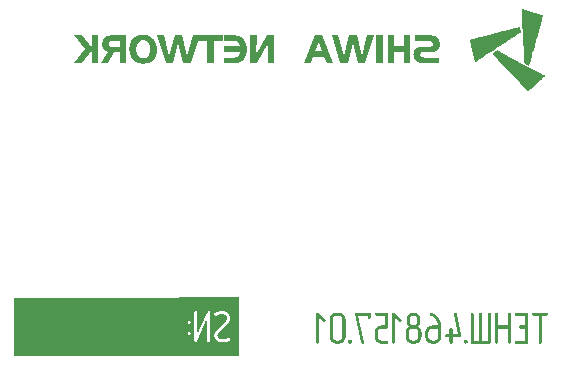
<source format=gbo>
G04*
G04 #@! TF.GenerationSoftware,Altium Limited,Altium Designer,24.4.1 (13)*
G04*
G04 Layer_Color=16776960*
%FSLAX44Y44*%
%MOMM*%
G71*
G04*
G04 #@! TF.SameCoordinates,B6CB6ADF-9DD1-4ECA-98FA-7FF75F321E1A*
G04*
G04*
G04 #@! TF.FilePolarity,Positive*
G04*
G01*
G75*
%ADD45R,14.1000X5.0000*%
G36*
X508111Y288567D02*
X508242Y287134D01*
X508372Y285832D01*
X508437Y284334D01*
X508242Y284139D01*
X507981Y284008D01*
X507069Y283357D01*
X506809Y283227D01*
X506027Y282706D01*
X505767Y282575D01*
X504855Y281924D01*
X504594Y281794D01*
X503683Y281143D01*
X503422Y281012D01*
X502510Y280361D01*
X502250Y280231D01*
X501729Y279840D01*
X501599D01*
X500687Y279189D01*
X500426Y279059D01*
X499515Y278407D01*
X499254Y278277D01*
X498342Y277626D01*
X498082Y277496D01*
X497300Y276975D01*
X497040Y276844D01*
X496128Y276193D01*
X495867Y276063D01*
X494956Y275411D01*
X494695Y275281D01*
X493783Y274630D01*
X493523Y274500D01*
X490853Y272741D01*
X489290Y271699D01*
X487857Y270787D01*
X484731Y268703D01*
X483689Y268052D01*
X481344Y266489D01*
X479911Y265577D01*
X476785Y263493D01*
X475743Y262842D01*
X472617Y260758D01*
X471184Y259846D01*
X470403Y259325D01*
X469817Y258999D01*
X469621Y259586D01*
X469426Y260432D01*
X469165Y261474D01*
X469035Y262125D01*
X468774Y263167D01*
X468644Y263819D01*
X468253Y265382D01*
X468123Y266033D01*
X467732Y267596D01*
X467602Y268248D01*
X467211Y269811D01*
X467081Y270462D01*
X466821Y271504D01*
X466690Y272155D01*
X466300Y273718D01*
X466169Y274370D01*
X465779Y275933D01*
X465648Y276584D01*
X465388Y277626D01*
X465323Y277821D01*
X465909Y278017D01*
X466821Y278277D01*
X468384Y278668D01*
X469295Y278928D01*
X470858Y279319D01*
X471770Y279580D01*
X473333Y279970D01*
X474245Y280231D01*
X475808Y280622D01*
X476720Y280882D01*
X478283Y281273D01*
X479195Y281533D01*
X480237Y281794D01*
X481149Y282055D01*
X482712Y282445D01*
X483623Y282706D01*
X485187Y283097D01*
X486098Y283357D01*
X487661Y283748D01*
X488573Y284008D01*
X490136Y284399D01*
X491048Y284660D01*
X492611Y285050D01*
X493523Y285311D01*
X495086Y285702D01*
X495998Y285962D01*
X497561Y286353D01*
X498473Y286613D01*
X500036Y287004D01*
X500947Y287265D01*
X502510Y287655D01*
X503422Y287916D01*
X504985Y288307D01*
X505897Y288567D01*
X507981Y289088D01*
X508111Y288567D01*
D02*
G37*
G36*
X510065Y304198D02*
X510782Y304002D01*
X512280Y303547D01*
X526868Y298988D01*
X527715Y298662D01*
X526673Y295015D01*
X526542Y294494D01*
X525500Y290847D01*
X525370Y290326D01*
X524067Y285767D01*
X523937Y285246D01*
X522895Y281599D01*
X522765Y281078D01*
X521723Y277430D01*
X521593Y276909D01*
X520551Y273262D01*
X520420Y272741D01*
X519378Y269094D01*
X519248Y268573D01*
X518467Y265838D01*
X518271Y265252D01*
X518206Y265187D01*
X518011Y264210D01*
X517815Y263493D01*
X517034Y260758D01*
X516903Y260237D01*
X515862Y256590D01*
X515666Y256134D01*
X511433Y258283D01*
X511303Y258804D01*
X511107Y263819D01*
X510195Y282966D01*
X509805Y291042D01*
X509674Y294038D01*
X509284Y302244D01*
X509218Y304393D01*
X509414Y304458D01*
X510065Y304198D01*
D02*
G37*
G36*
X500296Y262777D02*
X514624Y255222D01*
X526477Y248970D01*
X527128Y248579D01*
X527259D01*
X528691Y247798D01*
X529278Y247472D01*
X528040Y246234D01*
X527780Y246104D01*
X526738Y245062D01*
X526477Y244932D01*
X525305Y243760D01*
X525044Y243629D01*
X523872Y242457D01*
X523612Y242327D01*
X522439Y241154D01*
X522179Y241024D01*
X521007Y239852D01*
X520746Y239722D01*
X519704Y238680D01*
X519444Y238549D01*
X518271Y237377D01*
X518011Y237247D01*
X516838Y236075D01*
X516578Y235944D01*
X515406Y234772D01*
X514884Y234512D01*
X513256Y236140D01*
X513126Y236400D01*
X510651Y238875D01*
X510521Y239136D01*
X508046Y241610D01*
X507916Y241871D01*
X505311Y244476D01*
X505181Y244736D01*
X502706Y247211D01*
X502575Y247472D01*
X499970Y250077D01*
X499840Y250338D01*
X497365Y252812D01*
X497235Y253073D01*
X494760Y255548D01*
X494630Y255808D01*
X492025Y258413D01*
X491895Y258674D01*
X489420Y261149D01*
X489290Y261409D01*
X486684Y264014D01*
X486554Y264275D01*
X484600Y266229D01*
X484731Y266489D01*
X484926Y266684D01*
X485187Y266815D01*
X487010Y268117D01*
X487271Y268248D01*
X487531Y268508D01*
X487792Y268638D01*
X488443Y269029D01*
X500296Y262777D01*
D02*
G37*
G36*
X270000Y10000D02*
X219000D01*
Y60000D01*
X270000D01*
Y10000D01*
D02*
G37*
G36*
X380639Y47027D02*
X380822Y46993D01*
X381005Y46927D01*
X381139Y46843D01*
X381272Y46743D01*
X381372Y46643D01*
X381455Y46527D01*
X381522Y46410D01*
X381622Y46160D01*
X381672Y45960D01*
Y45877D01*
X381688Y45810D01*
Y45777D01*
Y45760D01*
Y43028D01*
X381672Y42794D01*
X381622Y42594D01*
X381539Y42411D01*
X381455Y42278D01*
X381389Y42161D01*
X381305Y42078D01*
X381255Y42028D01*
X381239Y42011D01*
X381039Y41928D01*
X380855Y41861D01*
X380705Y41811D01*
X380589Y41778D01*
X380505Y41761D01*
X380439Y41745D01*
X380389D01*
X380189Y41761D01*
X380022Y41795D01*
X379856Y41845D01*
X379722Y41911D01*
X379606Y41978D01*
X379522Y42028D01*
X379472Y42061D01*
X379456Y42078D01*
X379339Y42228D01*
X379239Y42378D01*
X379172Y42528D01*
X379139Y42678D01*
X379106Y42828D01*
X379089Y42928D01*
Y42994D01*
Y43028D01*
Y44461D01*
X370975D01*
X376207Y22300D01*
X376256Y22050D01*
X376240Y21816D01*
X376190Y21616D01*
X376106Y21433D01*
X376023Y21283D01*
X375940Y21167D01*
X375857Y21083D01*
X375807Y21033D01*
X375790Y21017D01*
X375623Y20933D01*
X375473Y20867D01*
X375307Y20817D01*
X375173Y20783D01*
X375040Y20767D01*
X374940Y20750D01*
X374857D01*
X374140Y20983D01*
X374007Y21183D01*
X373890Y21333D01*
X373807Y21467D01*
X373741Y21583D01*
X373707Y21666D01*
X373674Y21716D01*
X373657Y21750D01*
Y21766D01*
X368175Y45477D01*
X368125Y45810D01*
X368142Y46010D01*
X368192Y46177D01*
X368242Y46327D01*
X368308Y46460D01*
X368392Y46560D01*
X368442Y46627D01*
X368492Y46677D01*
X368508Y46693D01*
X368658Y46810D01*
X368808Y46893D01*
X368958Y46960D01*
X369108Y46993D01*
X369242Y47027D01*
X369342Y47043D01*
X380405D01*
X380639Y47027D01*
D02*
G37*
G36*
X401217D02*
X401400Y46993D01*
X401550Y46927D01*
X401683Y46860D01*
X401783Y46793D01*
X401867Y46727D01*
X401917Y46693D01*
X401933Y46677D01*
X407432Y41161D01*
X407548Y40945D01*
X407632Y40761D01*
X407682Y40628D01*
X407715Y40512D01*
X407748Y40412D01*
X407765Y40362D01*
Y40328D01*
Y40312D01*
X407748Y40112D01*
X407715Y39928D01*
X407648Y39778D01*
X407582Y39645D01*
X407515Y39529D01*
X407449Y39445D01*
X407415Y39395D01*
X407398Y39379D01*
X407248Y39245D01*
X407099Y39162D01*
X406932Y39095D01*
X406782Y39045D01*
X406665Y39012D01*
X406549Y38995D01*
X406465D01*
X406282Y39012D01*
X406099Y39062D01*
X405949Y39112D01*
X405816Y39195D01*
X405716Y39262D01*
X405632Y39312D01*
X405582Y39362D01*
X405566Y39379D01*
X402317Y43194D01*
Y22033D01*
X402300Y21800D01*
X402250Y21583D01*
X402166Y21416D01*
X402083Y21267D01*
X402016Y21150D01*
X401933Y21067D01*
X401883Y21017D01*
X401867Y21000D01*
X401667Y20917D01*
X401483Y20850D01*
X401333Y20817D01*
X401217Y20783D01*
X401133Y20767D01*
X401067Y20750D01*
X401017D01*
X400817Y20767D01*
X400650Y20800D01*
X400484Y20850D01*
X400350Y20917D01*
X400234Y20983D01*
X400150Y21033D01*
X400100Y21067D01*
X400084Y21083D01*
X399967Y21233D01*
X399867Y21383D01*
X399800Y21533D01*
X399767Y21683D01*
X399734Y21833D01*
X399717Y21933D01*
Y22000D01*
Y22033D01*
Y45777D01*
X399734Y45977D01*
X399784Y46160D01*
X399850Y46310D01*
X399917Y46443D01*
X400000Y46560D01*
X400067Y46627D01*
X400117Y46677D01*
X400134Y46693D01*
X400284Y46810D01*
X400450Y46893D01*
X400600Y46960D01*
X400733Y46993D01*
X400850Y47027D01*
X400950Y47043D01*
X401034D01*
X401217Y47027D01*
D02*
G37*
G36*
X336900D02*
X337083Y46993D01*
X337233Y46927D01*
X337366Y46860D01*
X337466Y46793D01*
X337550Y46727D01*
X337600Y46693D01*
X337616Y46677D01*
X343115Y41161D01*
X343232Y40945D01*
X343315Y40761D01*
X343365Y40628D01*
X343398Y40512D01*
X343432Y40412D01*
X343448Y40362D01*
Y40328D01*
Y40312D01*
X343432Y40112D01*
X343398Y39928D01*
X343332Y39778D01*
X343265Y39645D01*
X343198Y39529D01*
X343132Y39445D01*
X343098Y39395D01*
X343082Y39379D01*
X342932Y39245D01*
X342782Y39162D01*
X342615Y39095D01*
X342465Y39045D01*
X342349Y39012D01*
X342232Y38995D01*
X342149D01*
X341965Y39012D01*
X341782Y39062D01*
X341632Y39112D01*
X341499Y39195D01*
X341399Y39262D01*
X341315Y39312D01*
X341265Y39362D01*
X341249Y39379D01*
X338000Y43194D01*
Y22033D01*
X337983Y21800D01*
X337933Y21583D01*
X337850Y21416D01*
X337766Y21267D01*
X337700Y21150D01*
X337616Y21067D01*
X337566Y21017D01*
X337550Y21000D01*
X337350Y20917D01*
X337166Y20850D01*
X337016Y20817D01*
X336900Y20783D01*
X336817Y20767D01*
X336750Y20750D01*
X336700D01*
X336500Y20767D01*
X336333Y20800D01*
X336167Y20850D01*
X336033Y20917D01*
X335917Y20983D01*
X335834Y21033D01*
X335784Y21067D01*
X335767Y21083D01*
X335650Y21233D01*
X335550Y21383D01*
X335484Y21533D01*
X335450Y21683D01*
X335417Y21833D01*
X335400Y21933D01*
Y22000D01*
Y22033D01*
Y45777D01*
X335417Y45977D01*
X335467Y46160D01*
X335534Y46310D01*
X335600Y46443D01*
X335684Y46560D01*
X335750Y46627D01*
X335800Y46677D01*
X335817Y46693D01*
X335967Y46810D01*
X336133Y46893D01*
X336283Y46960D01*
X336417Y46993D01*
X336533Y47027D01*
X336633Y47043D01*
X336717D01*
X336900Y47027D01*
D02*
G37*
G36*
X498958D02*
X499142Y46977D01*
X499292Y46910D01*
X499425Y46827D01*
X499542Y46743D01*
X499625Y46677D01*
X499675Y46627D01*
X499692Y46610D01*
X499808Y46443D01*
X499908Y46294D01*
X499975Y46143D01*
X500008Y46027D01*
X500041Y45910D01*
X500058Y45827D01*
Y45777D01*
Y45760D01*
Y22033D01*
X500041Y21800D01*
X499991Y21583D01*
X499908Y21416D01*
X499825Y21267D01*
X499758Y21150D01*
X499675Y21067D01*
X499625Y21017D01*
X499608Y21000D01*
X499408Y20917D01*
X499225Y20850D01*
X499075Y20817D01*
X498958Y20783D01*
X498875Y20767D01*
X498808Y20750D01*
X498758D01*
X498559Y20767D01*
X498392Y20800D01*
X498225Y20850D01*
X498092Y20917D01*
X497975Y20983D01*
X497892Y21033D01*
X497842Y21067D01*
X497825Y21083D01*
X497709Y21233D01*
X497609Y21383D01*
X497542Y21533D01*
X497509Y21683D01*
X497475Y21833D01*
X497459Y21933D01*
Y22000D01*
Y22033D01*
Y33497D01*
X489094D01*
Y22033D01*
X489078Y21800D01*
X489028Y21583D01*
X488944Y21416D01*
X488861Y21267D01*
X488794Y21150D01*
X488711Y21067D01*
X488661Y21017D01*
X488644Y21000D01*
X488444Y20917D01*
X488261Y20850D01*
X488111Y20817D01*
X487994Y20783D01*
X487911Y20767D01*
X487845Y20750D01*
X487795D01*
X487595Y20767D01*
X487428Y20800D01*
X487261Y20850D01*
X487128Y20917D01*
X487011Y20983D01*
X486928Y21033D01*
X486878Y21067D01*
X486861Y21083D01*
X486745Y21233D01*
X486645Y21383D01*
X486578Y21533D01*
X486545Y21683D01*
X486512Y21833D01*
X486495Y21933D01*
Y22000D01*
Y22033D01*
Y45760D01*
X486512Y45977D01*
X486562Y46160D01*
X486628Y46327D01*
X486712Y46460D01*
X486795Y46560D01*
X486861Y46627D01*
X486912Y46677D01*
X486928Y46693D01*
X487078Y46810D01*
X487245Y46893D01*
X487378Y46960D01*
X487511Y46993D01*
X487628Y47027D01*
X487711Y47043D01*
X487795D01*
X487994Y47027D01*
X488178Y46977D01*
X488328Y46910D01*
X488461Y46827D01*
X488578Y46743D01*
X488661Y46677D01*
X488711Y46627D01*
X488728Y46610D01*
X488844Y46443D01*
X488944Y46294D01*
X489011Y46143D01*
X489044Y46027D01*
X489078Y45910D01*
X489094Y45827D01*
Y45777D01*
Y45760D01*
Y36079D01*
X497459D01*
Y45760D01*
X497475Y45977D01*
X497525Y46160D01*
X497592Y46327D01*
X497675Y46460D01*
X497759Y46560D01*
X497825Y46627D01*
X497875Y46677D01*
X497892Y46693D01*
X498042Y46810D01*
X498209Y46893D01*
X498342Y46960D01*
X498475Y46993D01*
X498592Y47027D01*
X498675Y47043D01*
X498758D01*
X498958Y47027D01*
D02*
G37*
G36*
X453970Y46810D02*
X454103Y46693D01*
X454220Y46543D01*
X454303Y46410D01*
X454370Y46260D01*
X454420Y46143D01*
X454453Y46044D01*
X454470Y45977D01*
Y45943D01*
X458119Y27748D01*
X458135Y27515D01*
X458119Y27315D01*
X458086Y27132D01*
X458019Y26965D01*
X457952Y26832D01*
X457886Y26732D01*
X457819Y26648D01*
X457786Y26598D01*
X457769Y26582D01*
X457619Y26465D01*
X457469Y26382D01*
X457319Y26315D01*
X457169Y26282D01*
X457036Y26249D01*
X456936Y26232D01*
X450837D01*
Y22033D01*
X450821Y21800D01*
X450771Y21583D01*
X450687Y21416D01*
X450604Y21267D01*
X450537Y21150D01*
X450454Y21067D01*
X450404Y21017D01*
X450387Y21000D01*
X450187Y20917D01*
X450004Y20850D01*
X449854Y20817D01*
X449738Y20783D01*
X449654Y20767D01*
X449588Y20750D01*
X449538D01*
X449338Y20767D01*
X449171Y20800D01*
X449005Y20850D01*
X448871Y20917D01*
X448755Y20983D01*
X448671Y21033D01*
X448621Y21067D01*
X448605Y21083D01*
X448488Y21233D01*
X448388Y21383D01*
X448321Y21533D01*
X448288Y21683D01*
X448255Y21833D01*
X448238Y21933D01*
Y22000D01*
Y22033D01*
Y26232D01*
X445872D01*
X445655Y26249D01*
X445455Y26299D01*
X445305Y26365D01*
X445172Y26449D01*
X445056Y26515D01*
X444989Y26582D01*
X444939Y26632D01*
X444922Y26648D01*
X444806Y26798D01*
X444722Y26965D01*
X444656Y27115D01*
X444622Y27248D01*
X444589Y27365D01*
X444572Y27448D01*
Y27515D01*
Y27532D01*
X444589Y27698D01*
X444639Y27865D01*
X444706Y28015D01*
X444772Y28148D01*
X444856Y28248D01*
X444922Y28331D01*
X444972Y28381D01*
X444989Y28398D01*
X445139Y28531D01*
X445289Y28631D01*
X445439Y28715D01*
X445572Y28765D01*
X445705Y28798D01*
X445789Y28815D01*
X448238D01*
Y33030D01*
X448255Y33247D01*
X448305Y33430D01*
X448371Y33597D01*
X448455Y33730D01*
X448538Y33830D01*
X448605Y33897D01*
X448655Y33947D01*
X448671Y33963D01*
X448821Y34080D01*
X448988Y34163D01*
X449121Y34230D01*
X449254Y34263D01*
X449371Y34297D01*
X449454Y34313D01*
X449538D01*
X449738Y34297D01*
X449921Y34246D01*
X450071Y34180D01*
X450204Y34097D01*
X450321Y34013D01*
X450404Y33947D01*
X450454Y33897D01*
X450471Y33880D01*
X450587Y33713D01*
X450687Y33563D01*
X450754Y33413D01*
X450787Y33297D01*
X450821Y33180D01*
X450837Y33097D01*
Y33047D01*
Y33030D01*
Y28815D01*
X455336D01*
X451920Y45510D01*
X451887Y45810D01*
X451904Y45993D01*
X451954Y46177D01*
X452020Y46327D01*
X452087Y46460D01*
X452170Y46560D01*
X452237Y46627D01*
X452287Y46677D01*
X452304Y46693D01*
X452454Y46810D01*
X452620Y46893D01*
X452787Y46960D01*
X452920Y46993D01*
X453054Y47027D01*
X453153Y47043D01*
X453253D01*
X453970Y46810D01*
D02*
G37*
G36*
X482179Y47027D02*
X482363Y46977D01*
X482513Y46910D01*
X482646Y46827D01*
X482762Y46743D01*
X482846Y46677D01*
X482896Y46627D01*
X482912Y46610D01*
X483029Y46443D01*
X483129Y46294D01*
X483196Y46143D01*
X483229Y46027D01*
X483262Y45910D01*
X483279Y45827D01*
Y45777D01*
Y45760D01*
Y22033D01*
X483262Y21800D01*
X483229Y21616D01*
X483162Y21433D01*
X483079Y21300D01*
X482979Y21167D01*
X482879Y21067D01*
X482762Y20983D01*
X482629Y20917D01*
X482396Y20817D01*
X482196Y20767D01*
X482113D01*
X482046Y20750D01*
X467383D01*
X467150Y20767D01*
X466950Y20800D01*
X466783Y20867D01*
X466633Y20950D01*
X466500Y21050D01*
X466400Y21150D01*
X466317Y21267D01*
X466250Y21400D01*
X466150Y21633D01*
X466100Y21833D01*
X466083Y21916D01*
Y21983D01*
Y22016D01*
Y22033D01*
Y45760D01*
X466100Y45977D01*
X466150Y46160D01*
X466217Y46327D01*
X466300Y46460D01*
X466383Y46560D01*
X466450Y46627D01*
X466500Y46677D01*
X466517Y46693D01*
X466667Y46810D01*
X466833Y46893D01*
X466967Y46960D01*
X467100Y46993D01*
X467216Y47027D01*
X467300Y47043D01*
X467383D01*
X467583Y47027D01*
X467766Y46977D01*
X467916Y46910D01*
X468050Y46827D01*
X468166Y46743D01*
X468250Y46677D01*
X468300Y46627D01*
X468316Y46610D01*
X468433Y46443D01*
X468533Y46294D01*
X468600Y46143D01*
X468633Y46027D01*
X468666Y45910D01*
X468683Y45827D01*
Y45777D01*
Y45760D01*
Y23333D01*
X473398D01*
Y45760D01*
X473415Y45977D01*
X473465Y46160D01*
X473532Y46327D01*
X473615Y46460D01*
X473698Y46560D01*
X473765Y46627D01*
X473815Y46677D01*
X473831Y46693D01*
X473981Y46810D01*
X474148Y46893D01*
X474281Y46960D01*
X474415Y46993D01*
X474531Y47027D01*
X474615Y47043D01*
X474698D01*
X474898Y47027D01*
X475081Y46977D01*
X475231Y46910D01*
X475364Y46827D01*
X475481Y46743D01*
X475564Y46677D01*
X475614Y46627D01*
X475631Y46610D01*
X475748Y46443D01*
X475848Y46294D01*
X475914Y46143D01*
X475948Y46027D01*
X475981Y45910D01*
X475998Y45827D01*
Y45777D01*
Y45760D01*
Y23333D01*
X480680D01*
Y45760D01*
X480696Y45977D01*
X480746Y46160D01*
X480813Y46327D01*
X480896Y46460D01*
X480980Y46560D01*
X481046Y46627D01*
X481096Y46677D01*
X481113Y46693D01*
X481263Y46810D01*
X481429Y46893D01*
X481563Y46960D01*
X481696Y46993D01*
X481813Y47027D01*
X481896Y47043D01*
X481979D01*
X482179Y47027D01*
D02*
G37*
G36*
X530700D02*
X530900Y46960D01*
X531067Y46893D01*
X531200Y46793D01*
X531317Y46710D01*
X531383Y46627D01*
X531433Y46560D01*
X531450Y46543D01*
X531550Y46377D01*
X531617Y46210D01*
X531683Y46077D01*
X531717Y45977D01*
X531733Y45877D01*
X531750Y45810D01*
Y45777D01*
Y45760D01*
X531733Y45577D01*
X531700Y45394D01*
X531650Y45227D01*
X531583Y45094D01*
X531517Y44977D01*
X531467Y44894D01*
X531433Y44827D01*
X531417Y44811D01*
X531267Y44694D01*
X531117Y44611D01*
X530950Y44544D01*
X530800Y44511D01*
X530667Y44477D01*
X530567Y44461D01*
X526268D01*
Y22033D01*
X526251Y21800D01*
X526201Y21583D01*
X526118Y21416D01*
X526035Y21267D01*
X525968Y21150D01*
X525885Y21067D01*
X525835Y21017D01*
X525818Y21000D01*
X525618Y20917D01*
X525435Y20850D01*
X525285Y20817D01*
X525168Y20783D01*
X525085Y20767D01*
X525018Y20750D01*
X524968D01*
X524768Y20767D01*
X524602Y20800D01*
X524435Y20850D01*
X524302Y20917D01*
X524185Y20983D01*
X524102Y21033D01*
X524052Y21067D01*
X524035Y21083D01*
X523919Y21233D01*
X523819Y21383D01*
X523752Y21533D01*
X523719Y21683D01*
X523685Y21833D01*
X523669Y21933D01*
Y22000D01*
Y22033D01*
Y44461D01*
X519470D01*
X519253Y44477D01*
X519053Y44527D01*
X518903Y44594D01*
X518770Y44677D01*
X518653Y44744D01*
X518587Y44811D01*
X518537Y44861D01*
X518520Y44877D01*
X518403Y45027D01*
X518320Y45194D01*
X518253Y45344D01*
X518220Y45477D01*
X518187Y45594D01*
X518170Y45677D01*
Y45744D01*
Y45760D01*
X518187Y45927D01*
X518237Y46094D01*
X518303Y46244D01*
X518370Y46377D01*
X518453Y46477D01*
X518520Y46560D01*
X518570Y46610D01*
X518587Y46627D01*
X518737Y46760D01*
X518887Y46860D01*
X519037Y46943D01*
X519170Y46993D01*
X519303Y47027D01*
X519386Y47043D01*
X530467D01*
X530700Y47027D01*
D02*
G37*
G36*
X513905D02*
X514088Y46993D01*
X514271Y46927D01*
X514404Y46843D01*
X514538Y46743D01*
X514638Y46643D01*
X514721Y46527D01*
X514788Y46410D01*
X514888Y46160D01*
X514938Y45960D01*
Y45877D01*
X514954Y45810D01*
Y45777D01*
Y45760D01*
Y22033D01*
X514938Y21800D01*
X514904Y21616D01*
X514838Y21433D01*
X514754Y21300D01*
X514654Y21167D01*
X514554Y21067D01*
X514438Y20983D01*
X514305Y20917D01*
X514071Y20817D01*
X513871Y20767D01*
X513788D01*
X513721Y20750D01*
X504540D01*
X504324Y20767D01*
X504124Y20817D01*
X503974Y20883D01*
X503840Y20967D01*
X503724Y21033D01*
X503657Y21100D01*
X503607Y21150D01*
X503591Y21167D01*
X503474Y21316D01*
X503391Y21483D01*
X503324Y21633D01*
X503291Y21766D01*
X503257Y21883D01*
X503241Y21966D01*
Y22033D01*
Y22050D01*
X503257Y22216D01*
X503307Y22383D01*
X503374Y22533D01*
X503441Y22666D01*
X503524Y22766D01*
X503591Y22850D01*
X503641Y22899D01*
X503657Y22916D01*
X503807Y23049D01*
X503957Y23149D01*
X504107Y23233D01*
X504240Y23283D01*
X504374Y23316D01*
X504457Y23333D01*
X512355D01*
Y33497D01*
X508189D01*
X507973Y33513D01*
X507773Y33563D01*
X507623Y33630D01*
X507490Y33713D01*
X507373Y33780D01*
X507306Y33847D01*
X507256Y33897D01*
X507240Y33913D01*
X507123Y34063D01*
X507040Y34230D01*
X506973Y34380D01*
X506940Y34513D01*
X506906Y34630D01*
X506890Y34713D01*
Y34780D01*
Y34796D01*
X506906Y34963D01*
X506956Y35130D01*
X507023Y35280D01*
X507090Y35413D01*
X507173Y35513D01*
X507240Y35596D01*
X507290Y35646D01*
X507306Y35663D01*
X507456Y35796D01*
X507606Y35896D01*
X507756Y35979D01*
X507889Y36029D01*
X508023Y36063D01*
X508106Y36079D01*
X512355D01*
Y44461D01*
X504540D01*
X504324Y44477D01*
X504124Y44527D01*
X503974Y44594D01*
X503840Y44677D01*
X503724Y44744D01*
X503657Y44811D01*
X503607Y44861D01*
X503591Y44877D01*
X503474Y45027D01*
X503391Y45194D01*
X503324Y45344D01*
X503291Y45477D01*
X503257Y45594D01*
X503241Y45677D01*
Y45744D01*
Y45760D01*
X503257Y45927D01*
X503307Y46094D01*
X503374Y46244D01*
X503441Y46377D01*
X503524Y46477D01*
X503591Y46560D01*
X503641Y46610D01*
X503657Y46627D01*
X503807Y46760D01*
X503957Y46860D01*
X504107Y46943D01*
X504240Y46993D01*
X504374Y47027D01*
X504457Y47043D01*
X513671D01*
X513905Y47027D01*
D02*
G37*
G36*
X462268Y24199D02*
X462534Y24132D01*
X462751Y24016D01*
X462934Y23899D01*
X463084Y23783D01*
X463184Y23666D01*
X463251Y23599D01*
X463268Y23566D01*
X463418Y23333D01*
X463517Y23133D01*
X463601Y22949D01*
X463651Y22783D01*
X463684Y22666D01*
X463701Y22583D01*
Y22516D01*
Y22499D01*
X463684Y22250D01*
X463617Y22000D01*
X463551Y21783D01*
X463451Y21600D01*
X463368Y21433D01*
X463284Y21316D01*
X463234Y21250D01*
X463218Y21216D01*
X463034Y21067D01*
X462818Y20950D01*
X462618Y20867D01*
X462401Y20817D01*
X462234Y20783D01*
X462085Y20750D01*
X461951D01*
X461651Y20767D01*
X461385Y20833D01*
X461168Y20917D01*
X460985Y21033D01*
X460835Y21133D01*
X460735Y21216D01*
X460668Y21283D01*
X460652Y21300D01*
X460502Y21516D01*
X460385Y21733D01*
X460302Y21933D01*
X460235Y22116D01*
X460202Y22266D01*
X460185Y22400D01*
Y22466D01*
Y22499D01*
X460202Y22733D01*
X460268Y22949D01*
X460352Y23149D01*
X460452Y23333D01*
X460568Y23483D01*
X460652Y23583D01*
X460718Y23666D01*
X460735Y23683D01*
X460951Y23866D01*
X461151Y23999D01*
X461368Y24099D01*
X461551Y24166D01*
X461718Y24199D01*
X461835Y24232D01*
X461951D01*
X462268Y24199D01*
D02*
G37*
G36*
X433209Y46960D02*
X433925Y46643D01*
X434608Y46294D01*
X435241Y45910D01*
X435825Y45510D01*
X436374Y45094D01*
X436874Y44677D01*
X437341Y44244D01*
X437741Y43844D01*
X438124Y43444D01*
X438441Y43078D01*
X438707Y42744D01*
X438940Y42461D01*
X439107Y42211D01*
X439174Y42111D01*
X439240Y42028D01*
X439290Y41961D01*
X439307Y41911D01*
X439340Y41895D01*
Y41878D01*
X439690Y41261D01*
X440007Y40628D01*
X440273Y40012D01*
X440490Y39379D01*
X440690Y38762D01*
X440857Y38179D01*
X440990Y37612D01*
X441090Y37079D01*
X441173Y36579D01*
X441240Y36113D01*
X441273Y35713D01*
X441306Y35380D01*
X441323Y35230D01*
Y35096D01*
X441340Y34980D01*
Y34880D01*
Y34813D01*
Y34763D01*
Y34730D01*
Y34713D01*
Y26598D01*
X441323Y26149D01*
X441256Y25715D01*
X441173Y25299D01*
X441057Y24916D01*
X440923Y24532D01*
X440773Y24199D01*
X440607Y23883D01*
X440440Y23599D01*
X440273Y23333D01*
X440107Y23099D01*
X439957Y22899D01*
X439823Y22733D01*
X439707Y22599D01*
X439624Y22516D01*
X439557Y22450D01*
X439540Y22433D01*
X439190Y22133D01*
X438857Y21883D01*
X438490Y21650D01*
X438141Y21467D01*
X437807Y21300D01*
X437474Y21167D01*
X437141Y21050D01*
X436841Y20967D01*
X436558Y20883D01*
X436291Y20833D01*
X436074Y20800D01*
X435874Y20783D01*
X435708Y20767D01*
X435591Y20750D01*
X433658D01*
X433209Y20767D01*
X432775Y20817D01*
X432375Y20900D01*
X431976Y21017D01*
X431626Y21150D01*
X431276Y21283D01*
X430959Y21450D01*
X430676Y21600D01*
X430409Y21766D01*
X430176Y21916D01*
X429976Y22050D01*
X429809Y22183D01*
X429676Y22300D01*
X429593Y22383D01*
X429526Y22433D01*
X429510Y22450D01*
X429210Y22783D01*
X428943Y23116D01*
X428710Y23466D01*
X428510Y23816D01*
X428343Y24166D01*
X428210Y24516D01*
X428093Y24849D01*
X428010Y25166D01*
X427943Y25466D01*
X427877Y25732D01*
X427843Y25982D01*
X427827Y26182D01*
X427810Y26365D01*
X427793Y26498D01*
Y26565D01*
Y26598D01*
Y30248D01*
X427810Y30697D01*
X427860Y31131D01*
X427943Y31547D01*
X428060Y31930D01*
X428193Y32297D01*
X428343Y32630D01*
X428493Y32947D01*
X428643Y33247D01*
X428810Y33497D01*
X428960Y33730D01*
X429110Y33930D01*
X429243Y34097D01*
X429343Y34230D01*
X429443Y34313D01*
X429493Y34380D01*
X429510Y34397D01*
X429843Y34696D01*
X430176Y34963D01*
X430526Y35180D01*
X430876Y35380D01*
X431226Y35546D01*
X431576Y35680D01*
X431909Y35796D01*
X432225Y35879D01*
X432525Y35946D01*
X432809Y36013D01*
X433059Y36046D01*
X433259Y36063D01*
X433442Y36079D01*
X433559Y36096D01*
X438741D01*
X438724Y36396D01*
X438674Y36729D01*
X438591Y37079D01*
X438507Y37396D01*
X438424Y37696D01*
X438374Y37829D01*
X438341Y37929D01*
X438324Y38029D01*
X438291Y38096D01*
X438274Y38129D01*
Y38145D01*
X438091Y38629D01*
X437891Y39062D01*
X437707Y39462D01*
X437541Y39812D01*
X437458Y39962D01*
X437391Y40095D01*
X437324Y40195D01*
X437274Y40295D01*
X437241Y40378D01*
X437207Y40428D01*
X437174Y40462D01*
Y40478D01*
X436974Y40778D01*
X436774Y41045D01*
X436574Y41311D01*
X436391Y41545D01*
X436208Y41761D01*
X436025Y41978D01*
X435858Y42161D01*
X435691Y42328D01*
X435541Y42478D01*
X435408Y42611D01*
X435291Y42728D01*
X435191Y42811D01*
X435108Y42878D01*
X435041Y42944D01*
X435008Y42961D01*
X434991Y42978D01*
X434775Y43144D01*
X434558Y43311D01*
X434358Y43461D01*
X434142Y43611D01*
X433975Y43711D01*
X433825Y43811D01*
X433742Y43861D01*
X433708Y43877D01*
X433059Y44211D01*
X432659Y44394D01*
X432292Y44527D01*
X432126Y44627D01*
X431992Y44744D01*
X431876Y44827D01*
X431792Y44910D01*
X431726Y44994D01*
X431676Y45044D01*
X431642Y45077D01*
Y45094D01*
X431576Y45210D01*
X431542Y45310D01*
X431476Y45527D01*
Y45610D01*
X431459Y45677D01*
Y45727D01*
Y45744D01*
X431476Y45927D01*
X431509Y46094D01*
X431576Y46244D01*
X431626Y46377D01*
X431692Y46493D01*
X431759Y46577D01*
X431792Y46627D01*
X431809Y46643D01*
X431942Y46777D01*
X432092Y46877D01*
X432242Y46960D01*
X432392Y47010D01*
X432509Y47043D01*
X432609Y47060D01*
X432709D01*
X433209Y46960D01*
D02*
G37*
G36*
X419045Y46943D02*
X420062Y46643D01*
X420445Y46460D01*
X420795Y46260D01*
X421112Y46044D01*
X421395Y45844D01*
X421612Y45677D01*
X421778Y45527D01*
X421845Y45477D01*
X421895Y45427D01*
X421911Y45410D01*
X421928Y45394D01*
X422228Y45027D01*
X422495Y44661D01*
X422728Y44294D01*
X422928Y43927D01*
X423078Y43577D01*
X423228Y43228D01*
X423344Y42911D01*
X423428Y42594D01*
X423494Y42311D01*
X423561Y42045D01*
X423594Y41811D01*
X423611Y41611D01*
X423628Y41445D01*
X423644Y41328D01*
Y41261D01*
Y41228D01*
Y39362D01*
X423628Y38845D01*
X423561Y38379D01*
X423461Y37929D01*
X423361Y37562D01*
X423311Y37396D01*
X423261Y37246D01*
X423211Y37113D01*
X423161Y36996D01*
X423128Y36913D01*
X423094Y36846D01*
X423078Y36813D01*
Y36796D01*
X422845Y36396D01*
X422611Y36046D01*
X422361Y35763D01*
X422128Y35529D01*
X421928Y35346D01*
X421778Y35230D01*
X421712Y35180D01*
X421661Y35146D01*
X421645Y35130D01*
X421628D01*
X422095Y34846D01*
X422511Y34530D01*
X422878Y34197D01*
X423195Y33863D01*
X423428Y33563D01*
X423528Y33430D01*
X423611Y33313D01*
X423678Y33230D01*
X423728Y33163D01*
X423744Y33114D01*
X423761Y33097D01*
X423894Y32847D01*
X424028Y32580D01*
X424227Y32080D01*
X424361Y31597D01*
X424461Y31164D01*
X424494Y30964D01*
X424511Y30797D01*
X424544Y30631D01*
Y30498D01*
X424561Y30398D01*
Y30314D01*
Y30264D01*
Y30248D01*
Y26598D01*
X424544Y26149D01*
X424478Y25715D01*
X424394Y25299D01*
X424277Y24916D01*
X424144Y24532D01*
X423994Y24199D01*
X423828Y23883D01*
X423661Y23599D01*
X423494Y23333D01*
X423328Y23099D01*
X423178Y22899D01*
X423045Y22733D01*
X422928Y22599D01*
X422845Y22516D01*
X422778Y22450D01*
X422761Y22433D01*
X422411Y22133D01*
X422078Y21883D01*
X421712Y21650D01*
X421362Y21467D01*
X421028Y21300D01*
X420695Y21167D01*
X420362Y21050D01*
X420062Y20967D01*
X419779Y20883D01*
X419512Y20833D01*
X419296Y20800D01*
X419095Y20783D01*
X418929Y20767D01*
X418812Y20750D01*
X416879D01*
X416429Y20767D01*
X415996Y20817D01*
X415596Y20900D01*
X415196Y21017D01*
X414847Y21150D01*
X414497Y21283D01*
X414180Y21450D01*
X413897Y21600D01*
X413630Y21766D01*
X413397Y21916D01*
X413197Y22050D01*
X413030Y22183D01*
X412897Y22300D01*
X412814Y22383D01*
X412747Y22433D01*
X412730Y22450D01*
X412430Y22783D01*
X412164Y23116D01*
X411931Y23466D01*
X411731Y23816D01*
X411564Y24166D01*
X411431Y24516D01*
X411314Y24849D01*
X411231Y25166D01*
X411164Y25466D01*
X411098Y25732D01*
X411064Y25982D01*
X411048Y26182D01*
X411031Y26365D01*
X411014Y26498D01*
Y26565D01*
Y26598D01*
Y30248D01*
X411031Y30547D01*
X411048Y30847D01*
X411164Y31414D01*
X411297Y31947D01*
X411381Y32180D01*
X411464Y32397D01*
X411564Y32597D01*
X411647Y32780D01*
X411714Y32947D01*
X411781Y33080D01*
X411847Y33180D01*
X411897Y33263D01*
X411914Y33313D01*
X411931Y33330D01*
X412097Y33597D01*
X412281Y33830D01*
X412464Y34047D01*
X412631Y34230D01*
X412814Y34397D01*
X412980Y34546D01*
X413130Y34680D01*
X413297Y34796D01*
X413430Y34896D01*
X413564Y34980D01*
X413680Y35046D01*
X413780Y35096D01*
X413847Y35130D01*
X413913Y35163D01*
X413947Y35180D01*
X413964D01*
X413630Y35396D01*
X413330Y35663D01*
X413080Y35929D01*
X412864Y36196D01*
X412697Y36429D01*
X412580Y36629D01*
X412531Y36713D01*
X412497Y36763D01*
X412481Y36796D01*
Y36813D01*
X412297Y37246D01*
X412164Y37679D01*
X412064Y38112D01*
X411997Y38496D01*
X411981Y38679D01*
X411964Y38845D01*
X411947Y38979D01*
X411931Y39112D01*
Y39212D01*
Y39279D01*
Y39329D01*
Y39345D01*
Y41211D01*
Y41795D01*
X412031Y42428D01*
X412331Y43461D01*
X412514Y43844D01*
X412714Y44211D01*
X412930Y44527D01*
X413147Y44811D01*
X413347Y45027D01*
X413497Y45194D01*
X413564Y45260D01*
X413614Y45310D01*
X413630Y45327D01*
X413647Y45344D01*
X413980Y45644D01*
X414330Y45910D01*
X414680Y46127D01*
X415030Y46327D01*
X415396Y46493D01*
X415746Y46627D01*
X416080Y46743D01*
X416396Y46827D01*
X416696Y46893D01*
X416963Y46960D01*
X417213Y46993D01*
X417429Y47010D01*
X417596Y47027D01*
X417713Y47043D01*
X418412D01*
X419045Y46943D01*
D02*
G37*
G36*
X395551Y47027D02*
X395735Y46993D01*
X395918Y46927D01*
X396051Y46843D01*
X396185Y46743D01*
X396285Y46643D01*
X396368Y46527D01*
X396435Y46410D01*
X396535Y46160D01*
X396585Y45960D01*
Y45877D01*
X396601Y45810D01*
Y45777D01*
Y45760D01*
Y34780D01*
X396585Y34546D01*
X396551Y34363D01*
X396485Y34180D01*
X396401Y34047D01*
X396301Y33913D01*
X396201Y33813D01*
X396085Y33730D01*
X395951Y33663D01*
X395718Y33563D01*
X395518Y33513D01*
X395435D01*
X395368Y33497D01*
X390736D01*
X390486Y33480D01*
X390253Y33463D01*
X390020Y33413D01*
X389803Y33347D01*
X389420Y33197D01*
X389086Y33030D01*
X388937Y32930D01*
X388803Y32847D01*
X388703Y32764D01*
X388603Y32697D01*
X388537Y32630D01*
X388487Y32580D01*
X388453Y32564D01*
X388437Y32547D01*
X388270Y32364D01*
X388120Y32180D01*
X388004Y31981D01*
X387887Y31781D01*
X387787Y31597D01*
X387720Y31397D01*
X387604Y31047D01*
X387537Y30731D01*
X387520Y30598D01*
X387504Y30481D01*
X387487Y30381D01*
Y30314D01*
Y30264D01*
Y30248D01*
Y26598D01*
X387504Y26349D01*
X387520Y26099D01*
X387570Y25865D01*
X387637Y25649D01*
X387787Y25249D01*
X387953Y24916D01*
X388054Y24766D01*
X388137Y24632D01*
X388220Y24532D01*
X388287Y24432D01*
X388353Y24366D01*
X388403Y24316D01*
X388420Y24282D01*
X388437Y24266D01*
X388620Y24099D01*
X388803Y23966D01*
X389003Y23832D01*
X389203Y23733D01*
X389586Y23566D01*
X389936Y23449D01*
X390253Y23383D01*
X390386Y23366D01*
X390503Y23349D01*
X390603Y23333D01*
X395318D01*
X395551Y23316D01*
X395751Y23249D01*
X395918Y23183D01*
X396051Y23083D01*
X396168Y22999D01*
X396235Y22916D01*
X396285Y22850D01*
X396301Y22833D01*
X396401Y22666D01*
X396468Y22499D01*
X396535Y22366D01*
X396568Y22266D01*
X396585Y22166D01*
X396601Y22100D01*
Y22066D01*
Y22050D01*
X396585Y21866D01*
X396551Y21683D01*
X396501Y21516D01*
X396435Y21383D01*
X396368Y21267D01*
X396318Y21183D01*
X396285Y21117D01*
X396268Y21100D01*
X396118Y20983D01*
X395968Y20900D01*
X395802Y20833D01*
X395652Y20800D01*
X395518Y20767D01*
X395418Y20750D01*
X390736D01*
X390286Y20767D01*
X389870Y20817D01*
X389453Y20917D01*
X389070Y21017D01*
X388703Y21150D01*
X388370Y21300D01*
X388054Y21450D01*
X387770Y21616D01*
X387504Y21766D01*
X387270Y21916D01*
X387070Y22066D01*
X386904Y22200D01*
X386770Y22316D01*
X386687Y22400D01*
X386620Y22450D01*
X386604Y22466D01*
X386304Y22799D01*
X386037Y23149D01*
X385804Y23499D01*
X385604Y23849D01*
X385438Y24199D01*
X385304Y24532D01*
X385187Y24866D01*
X385104Y25182D01*
X385038Y25482D01*
X384971Y25749D01*
X384938Y25982D01*
X384921Y26199D01*
X384904Y26365D01*
X384888Y26498D01*
Y26565D01*
Y26598D01*
Y30248D01*
X384904Y30681D01*
X384954Y31114D01*
X385038Y31514D01*
X385154Y31897D01*
X385288Y32247D01*
X385438Y32597D01*
X385587Y32897D01*
X385737Y33197D01*
X385904Y33447D01*
X386054Y33680D01*
X386204Y33880D01*
X386337Y34047D01*
X386437Y34180D01*
X386537Y34263D01*
X386587Y34330D01*
X386604Y34346D01*
X386937Y34646D01*
X387270Y34913D01*
X387620Y35146D01*
X387970Y35346D01*
X388320Y35513D01*
X388670Y35663D01*
X389003Y35780D01*
X389320Y35863D01*
X389603Y35929D01*
X389886Y35996D01*
X390120Y36029D01*
X390336Y36046D01*
X390503Y36063D01*
X390636Y36079D01*
X394002D01*
Y44461D01*
X386187D01*
X385971Y44477D01*
X385771Y44527D01*
X385621Y44594D01*
X385487Y44677D01*
X385371Y44744D01*
X385304Y44811D01*
X385254Y44861D01*
X385238Y44877D01*
X385121Y45027D01*
X385038Y45194D01*
X384971Y45344D01*
X384938Y45477D01*
X384904Y45594D01*
X384888Y45677D01*
Y45744D01*
Y45760D01*
X384904Y45927D01*
X384954Y46094D01*
X385021Y46244D01*
X385088Y46377D01*
X385171Y46477D01*
X385238Y46560D01*
X385288Y46610D01*
X385304Y46627D01*
X385454Y46760D01*
X385604Y46860D01*
X385754Y46943D01*
X385887Y46993D01*
X386021Y47027D01*
X386104Y47043D01*
X395318D01*
X395551Y47027D01*
D02*
G37*
G36*
X364393Y24199D02*
X364659Y24132D01*
X364876Y24016D01*
X365059Y23899D01*
X365209Y23783D01*
X365309Y23666D01*
X365376Y23599D01*
X365393Y23566D01*
X365543Y23333D01*
X365643Y23133D01*
X365726Y22949D01*
X365776Y22783D01*
X365809Y22666D01*
X365826Y22583D01*
Y22516D01*
Y22499D01*
X365809Y22250D01*
X365742Y22000D01*
X365676Y21783D01*
X365576Y21600D01*
X365493Y21433D01*
X365409Y21316D01*
X365359Y21250D01*
X365343Y21216D01*
X365159Y21067D01*
X364943Y20950D01*
X364743Y20867D01*
X364526Y20817D01*
X364360Y20783D01*
X364210Y20750D01*
X364076D01*
X363776Y20767D01*
X363510Y20833D01*
X363293Y20917D01*
X363110Y21033D01*
X362960Y21133D01*
X362860Y21216D01*
X362793Y21283D01*
X362777Y21300D01*
X362627Y21516D01*
X362510Y21733D01*
X362427Y21933D01*
X362360Y22116D01*
X362327Y22266D01*
X362310Y22400D01*
Y22466D01*
Y22499D01*
X362327Y22733D01*
X362393Y22949D01*
X362477Y23149D01*
X362577Y23333D01*
X362693Y23483D01*
X362777Y23583D01*
X362843Y23666D01*
X362860Y23683D01*
X363077Y23866D01*
X363276Y23999D01*
X363493Y24099D01*
X363676Y24166D01*
X363843Y24199D01*
X363960Y24232D01*
X364076D01*
X364393Y24199D01*
D02*
G37*
G36*
X354845Y47027D02*
X355279Y46960D01*
X355695Y46877D01*
X356078Y46760D01*
X356461Y46627D01*
X356795Y46477D01*
X357111Y46327D01*
X357395Y46160D01*
X357661Y45993D01*
X357895Y45844D01*
X358094Y45694D01*
X358261Y45560D01*
X358394Y45444D01*
X358478Y45360D01*
X358544Y45294D01*
X358561Y45277D01*
X358861Y44944D01*
X359111Y44594D01*
X359344Y44244D01*
X359527Y43894D01*
X359694Y43561D01*
X359827Y43211D01*
X359944Y42894D01*
X360027Y42578D01*
X360111Y42295D01*
X360161Y42028D01*
X360194Y41795D01*
X360211Y41595D01*
X360227Y41428D01*
X360244Y41295D01*
Y41228D01*
Y41195D01*
Y26598D01*
X360227Y26149D01*
X360161Y25715D01*
X360077Y25299D01*
X359961Y24916D01*
X359827Y24532D01*
X359677Y24199D01*
X359511Y23883D01*
X359344Y23599D01*
X359178Y23333D01*
X359011Y23099D01*
X358861Y22899D01*
X358728Y22733D01*
X358611Y22599D01*
X358528Y22516D01*
X358461Y22450D01*
X358444Y22433D01*
X358094Y22133D01*
X357761Y21883D01*
X357395Y21650D01*
X357045Y21467D01*
X356712Y21300D01*
X356378Y21167D01*
X356045Y21050D01*
X355745Y20967D01*
X355462Y20883D01*
X355195Y20833D01*
X354979Y20800D01*
X354779Y20783D01*
X354612Y20767D01*
X354495Y20750D01*
X352562D01*
X352113Y20767D01*
X351679Y20817D01*
X351279Y20917D01*
X350880Y21017D01*
X350530Y21150D01*
X350180Y21300D01*
X349863Y21450D01*
X349580Y21616D01*
X349313Y21766D01*
X349080Y21916D01*
X348880Y22066D01*
X348713Y22200D01*
X348580Y22316D01*
X348497Y22400D01*
X348430Y22450D01*
X348414Y22466D01*
X348114Y22799D01*
X347847Y23149D01*
X347614Y23499D01*
X347414Y23849D01*
X347247Y24199D01*
X347097Y24532D01*
X346981Y24866D01*
X346897Y25182D01*
X346831Y25482D01*
X346764Y25749D01*
X346731Y25982D01*
X346714Y26199D01*
X346697Y26365D01*
X346681Y26498D01*
Y26565D01*
Y26598D01*
Y41195D01*
X346697Y41645D01*
X346747Y42061D01*
X346847Y42478D01*
X346947Y42861D01*
X347081Y43228D01*
X347231Y43561D01*
X347397Y43877D01*
X347547Y44161D01*
X347714Y44427D01*
X347880Y44661D01*
X348030Y44861D01*
X348164Y45027D01*
X348264Y45160D01*
X348347Y45244D01*
X348414Y45310D01*
X348430Y45327D01*
X348764Y45627D01*
X349097Y45894D01*
X349447Y46127D01*
X349813Y46327D01*
X350163Y46493D01*
X350496Y46627D01*
X350830Y46743D01*
X351146Y46827D01*
X351446Y46893D01*
X351713Y46960D01*
X351946Y46993D01*
X352163Y47010D01*
X352329Y47027D01*
X352463Y47043D01*
X354395D01*
X354845Y47027D01*
D02*
G37*
G36*
X414790Y258295D02*
X409358D01*
Y267809D01*
X401227D01*
Y258295D01*
X395778D01*
Y281705D01*
X401227D01*
Y272474D01*
X409358D01*
Y281705D01*
X414790D01*
Y258295D01*
D02*
G37*
G36*
X376833D02*
X370501D01*
X366469Y275290D01*
X361903Y258295D01*
X355538D01*
X348424Y281705D01*
X353905D01*
X358587Y264177D01*
X363436Y281705D01*
X369585D01*
X373800Y264177D01*
X378799Y281705D01*
X384481D01*
X376833Y258295D01*
D02*
G37*
G36*
X432452Y281689D02*
X432802Y281672D01*
X433135Y281639D01*
X433468Y281605D01*
X433768Y281572D01*
X434052Y281522D01*
X434301Y281489D01*
X434535Y281455D01*
X434735Y281405D01*
X434918Y281372D01*
X435068Y281339D01*
X435185Y281305D01*
X435285Y281289D01*
X435335Y281272D01*
X435351D01*
X435768Y281139D01*
X436168Y280989D01*
X436534Y280822D01*
X436884Y280622D01*
X437201Y280406D01*
X437501Y280189D01*
X437784Y279939D01*
X438034Y279673D01*
X438267Y279406D01*
X438484Y279139D01*
X438684Y278856D01*
X438867Y278556D01*
X439034Y278256D01*
X439167Y277973D01*
X439417Y277373D01*
X439617Y276807D01*
X439750Y276257D01*
X439850Y275757D01*
X439900Y275524D01*
X439933Y275307D01*
X439950Y275107D01*
X439967Y274940D01*
X439983Y274774D01*
Y274657D01*
X440000Y274541D01*
Y274474D01*
Y274424D01*
Y274407D01*
X439967Y273724D01*
X439900Y273091D01*
X439800Y272508D01*
X439650Y271975D01*
X439500Y271491D01*
X439317Y271041D01*
X439117Y270641D01*
X438900Y270292D01*
X438700Y269992D01*
X438500Y269725D01*
X438317Y269492D01*
X438150Y269308D01*
X438017Y269175D01*
X437917Y269075D01*
X437834Y269009D01*
X437817Y268992D01*
X437451Y268742D01*
X437034Y268525D01*
X436584Y268325D01*
X436134Y268159D01*
X435668Y268025D01*
X435185Y267909D01*
X434718Y267809D01*
X434268Y267742D01*
X433835Y267676D01*
X433418Y267642D01*
X433069Y267609D01*
X432752Y267576D01*
X432485D01*
X432369Y267559D01*
X426187D01*
X425920Y267542D01*
X425670Y267526D01*
X425454Y267492D01*
X425237Y267459D01*
X425054Y267426D01*
X424887Y267376D01*
X424737Y267342D01*
X424621Y267309D01*
X424504Y267259D01*
X424404Y267226D01*
X424337Y267192D01*
X424271Y267159D01*
X424237Y267142D01*
X424204Y267126D01*
X424054Y267026D01*
X423937Y266909D01*
X423821Y266759D01*
X423737Y266626D01*
X423587Y266309D01*
X423488Y265993D01*
X423438Y265693D01*
X423404Y265560D01*
Y265459D01*
X423388Y265359D01*
Y265293D01*
Y265243D01*
Y265226D01*
X423404Y264976D01*
X423421Y264743D01*
X423471Y264543D01*
X423538Y264343D01*
X423604Y264177D01*
X423688Y264027D01*
X423787Y263893D01*
X423871Y263760D01*
X424054Y263577D01*
X424204Y263443D01*
X424271Y263393D01*
X424304Y263360D01*
X424337Y263343D01*
X424354D01*
X424504Y263277D01*
X424671Y263227D01*
X425054Y263127D01*
X425454Y263060D01*
X425854Y263027D01*
X426220Y262994D01*
X426370D01*
X426503Y262977D01*
X439100D01*
Y258295D01*
X426020D01*
X425270Y258311D01*
X424554Y258378D01*
X423904Y258478D01*
X423288Y258595D01*
X422704Y258761D01*
X422171Y258961D01*
X421671Y259178D01*
X421222Y259411D01*
X420805Y259678D01*
X420422Y259961D01*
X420072Y260244D01*
X419755Y260561D01*
X419455Y260877D01*
X419205Y261211D01*
X418972Y261527D01*
X418755Y261877D01*
X418572Y262210D01*
X418422Y262544D01*
X418272Y262860D01*
X418156Y263177D01*
X418056Y263493D01*
X417972Y263793D01*
X417906Y264060D01*
X417856Y264326D01*
X417806Y264560D01*
X417772Y264776D01*
X417756Y264976D01*
X417739Y265143D01*
X417722Y265259D01*
Y265359D01*
Y265426D01*
Y265443D01*
X417739Y265876D01*
X417756Y266293D01*
X417789Y266693D01*
X417856Y267059D01*
X417906Y267409D01*
X417972Y267726D01*
X418056Y268025D01*
X418122Y268292D01*
X418206Y268525D01*
X418272Y268742D01*
X418356Y268925D01*
X418405Y269075D01*
X418456Y269192D01*
X418506Y269275D01*
X418522Y269325D01*
X418539Y269342D01*
X418689Y269608D01*
X418855Y269842D01*
X419055Y270075D01*
X419255Y270275D01*
X419722Y270658D01*
X420238Y270991D01*
X420772Y271258D01*
X421338Y271491D01*
X421921Y271691D01*
X422488Y271841D01*
X423038Y271958D01*
X423571Y272041D01*
X424054Y272108D01*
X424271Y272124D01*
X424471Y272141D01*
X424654Y272158D01*
X424821Y272174D01*
X424971D01*
X425087Y272191D01*
X431669D01*
X432135Y272208D01*
X432552Y272291D01*
X432919Y272391D01*
X433218Y272524D01*
X433485Y272691D01*
X433702Y272874D01*
X433868Y273074D01*
X434018Y273274D01*
X434118Y273474D01*
X434202Y273657D01*
X434268Y273841D01*
X434301Y274007D01*
X434335Y274141D01*
X434352Y274241D01*
Y274324D01*
Y274340D01*
X434335Y274590D01*
X434318Y274807D01*
X434268Y275024D01*
X434202Y275224D01*
X434035Y275590D01*
X433835Y275890D01*
X433568Y276157D01*
X433285Y276373D01*
X432985Y276540D01*
X432669Y276690D01*
X432369Y276807D01*
X432069Y276890D01*
X431785Y276940D01*
X431519Y276990D01*
X431319Y277006D01*
X431152Y277023D01*
X418839D01*
Y281705D01*
X431702D01*
X432452Y281689D01*
D02*
G37*
G36*
X391679Y258295D02*
X386031D01*
Y281705D01*
X391679D01*
Y258295D01*
D02*
G37*
G36*
X349940D02*
X344324D01*
X342292Y263710D01*
X332844D01*
X330761Y258295D01*
X324879D01*
X334710Y281705D01*
X340192D01*
X349940Y258295D01*
D02*
G37*
G36*
X150788Y258320D02*
X145356D01*
Y269633D01*
X137175Y258320D01*
X130560D01*
X139791Y270267D01*
X130643Y281730D01*
X136858D01*
X145356Y270767D01*
Y281730D01*
X150788D01*
Y258320D01*
D02*
G37*
G36*
X300000D02*
X294451D01*
X294668Y275532D01*
X285387Y258320D01*
X279322D01*
Y281730D01*
X284854D01*
X284637Y265351D01*
X293452Y281730D01*
X300000D01*
Y258320D01*
D02*
G37*
G36*
X236739Y281697D02*
X256228D01*
Y277098D01*
X248880D01*
Y258320D01*
X243281D01*
Y277098D01*
X235900D01*
Y279129D01*
X229102Y258320D01*
X222770D01*
X218738Y275315D01*
X214172Y258320D01*
X207807D01*
X200692Y281730D01*
X206174D01*
X210856Y264202D01*
X215705Y281730D01*
X221853D01*
X226069Y264202D01*
X231068Y281730D01*
X236749D01*
X236739Y281697D01*
D02*
G37*
G36*
X266359Y281714D02*
X267008Y281680D01*
X267625Y281614D01*
X268208Y281530D01*
X268758Y281430D01*
X269275Y281314D01*
X269741Y281197D01*
X270158Y281080D01*
X270541Y280947D01*
X270891Y280831D01*
X271174Y280714D01*
X271407Y280614D01*
X271607Y280531D01*
X271741Y280464D01*
X271824Y280431D01*
X271857Y280414D01*
X272290Y280147D01*
X272707Y279864D01*
X273090Y279548D01*
X273457Y279198D01*
X273790Y278831D01*
X274107Y278448D01*
X274390Y278048D01*
X274657Y277631D01*
X274906Y277198D01*
X275123Y276748D01*
X275340Y276298D01*
X275523Y275849D01*
X275690Y275399D01*
X275840Y274932D01*
X276106Y274032D01*
X276306Y273166D01*
X276373Y272733D01*
X276456Y272333D01*
X276506Y271950D01*
X276556Y271583D01*
X276589Y271250D01*
X276623Y270933D01*
X276656Y270633D01*
X276673Y270383D01*
X276689Y270150D01*
Y269967D01*
X276706Y269800D01*
Y269700D01*
Y269617D01*
Y269600D01*
X276689Y269017D01*
X276656Y268450D01*
X276606Y267901D01*
X276539Y267367D01*
X276456Y266868D01*
X276356Y266384D01*
X276239Y265918D01*
X276123Y265468D01*
X275973Y265035D01*
X275840Y264618D01*
X275673Y264235D01*
X275506Y263868D01*
X275340Y263502D01*
X275173Y263168D01*
X275006Y262868D01*
X274823Y262569D01*
X274640Y262285D01*
X274473Y262035D01*
X274307Y261785D01*
X274123Y261569D01*
X273973Y261369D01*
X273807Y261186D01*
X273673Y261002D01*
X273523Y260869D01*
X273407Y260736D01*
X273290Y260619D01*
X273190Y260519D01*
X273107Y260436D01*
X273040Y260386D01*
X272990Y260336D01*
X272957Y260319D01*
X272940Y260303D01*
X272657Y260086D01*
X272374Y259869D01*
X272090Y259686D01*
X271807Y259519D01*
X271257Y259236D01*
X270991Y259119D01*
X270741Y259003D01*
X270508Y258920D01*
X270308Y258836D01*
X270108Y258769D01*
X269958Y258720D01*
X269824Y258686D01*
X269724Y258653D01*
X269658Y258636D01*
X269641D01*
X269375Y258586D01*
X269075Y258536D01*
X268458Y258453D01*
X267808Y258403D01*
X267192Y258353D01*
X266908D01*
X266658Y258336D01*
X266409D01*
X266209Y258320D01*
X257394D01*
Y262918D01*
X265592D01*
X266225Y262935D01*
X266525Y262969D01*
X266808Y263002D01*
X267058Y263035D01*
X267308Y263085D01*
X267525Y263135D01*
X267742Y263185D01*
X267925Y263218D01*
X268075Y263268D01*
X268208Y263318D01*
X268325Y263352D01*
X268425Y263385D01*
X268491Y263418D01*
X268525Y263435D01*
X268541D01*
X268908Y263652D01*
X269241Y263902D01*
X269524Y264202D01*
X269774Y264535D01*
X269974Y264901D01*
X270158Y265268D01*
X270291Y265651D01*
X270408Y266018D01*
X270491Y266384D01*
X270557Y266717D01*
X270607Y267034D01*
X270641Y267317D01*
X270658Y267551D01*
X270674Y267717D01*
Y267784D01*
Y267834D01*
Y267850D01*
Y267867D01*
X257394D01*
Y272466D01*
X270674D01*
X270658Y272816D01*
X270624Y273166D01*
X270557Y273482D01*
X270491Y273766D01*
X270441Y273999D01*
X270374Y274182D01*
X270358Y274249D01*
X270341Y274316D01*
X270324Y274332D01*
Y274349D01*
X270091Y274832D01*
X269808Y275265D01*
X269491Y275632D01*
X269125Y275965D01*
X268758Y276232D01*
X268358Y276448D01*
X267958Y276632D01*
X267558Y276782D01*
X267175Y276898D01*
X266808Y276982D01*
X266492Y277048D01*
X266192Y277082D01*
X265959Y277115D01*
X265859D01*
X265759Y277132D01*
X257394D01*
Y281730D01*
X265675D01*
X266359Y281714D01*
D02*
G37*
G36*
X174582Y258320D02*
X169150D01*
Y267267D01*
X164035D01*
X159019Y258320D01*
X153121D01*
X158786Y267934D01*
X158370Y268034D01*
X157970Y268167D01*
X157603Y268317D01*
X157270Y268500D01*
X156937Y268700D01*
X156653Y268917D01*
X156370Y269133D01*
X156120Y269384D01*
X155887Y269633D01*
X155670Y269900D01*
X155470Y270183D01*
X155304Y270466D01*
X155137Y270750D01*
X154987Y271033D01*
X154754Y271616D01*
X154554Y272183D01*
X154421Y272716D01*
X154304Y273216D01*
X154271Y273449D01*
X154237Y273649D01*
X154221Y273849D01*
X154204Y274016D01*
X154187Y274182D01*
Y274299D01*
X154171Y274415D01*
Y274482D01*
Y274532D01*
Y274549D01*
X154187Y274999D01*
X154237Y275449D01*
X154304Y275865D01*
X154387Y276265D01*
X154487Y276632D01*
X154604Y276982D01*
X154737Y277298D01*
X154854Y277598D01*
X154987Y277865D01*
X155120Y278098D01*
X155237Y278298D01*
X155337Y278465D01*
X155420Y278598D01*
X155487Y278698D01*
X155537Y278764D01*
X155554Y278781D01*
X155687Y279048D01*
X155854Y279298D01*
X156020Y279531D01*
X156220Y279748D01*
X156453Y279964D01*
X156687Y280147D01*
X157187Y280481D01*
X157736Y280781D01*
X158320Y281014D01*
X158919Y281214D01*
X159503Y281364D01*
X160086Y281480D01*
X160619Y281580D01*
X161136Y281647D01*
X161352Y281664D01*
X161569Y281680D01*
X161769Y281697D01*
X161935Y281714D01*
X162102D01*
X162219Y281730D01*
X174582D01*
Y258320D01*
D02*
G37*
G36*
X189961Y282130D02*
X190945Y282030D01*
X191878Y281864D01*
X192744Y281647D01*
X193544Y281380D01*
X194310Y281064D01*
X194993Y280697D01*
X195643Y280297D01*
X196227Y279864D01*
X196776Y279398D01*
X197260Y278898D01*
X197710Y278381D01*
X198109Y277865D01*
X198476Y277315D01*
X198809Y276765D01*
X199093Y276198D01*
X199359Y275648D01*
X199576Y275082D01*
X199776Y274549D01*
X199942Y274016D01*
X200092Y273499D01*
X200209Y272999D01*
X200292Y272533D01*
X200375Y272099D01*
X200442Y271700D01*
X200476Y271333D01*
X200509Y271016D01*
X200542Y270750D01*
Y270533D01*
X200559Y270367D01*
Y270267D01*
Y270250D01*
Y270233D01*
Y269667D01*
X200525Y269117D01*
X200492Y268584D01*
X200442Y268067D01*
X200375Y267567D01*
X200309Y267101D01*
X200226Y266634D01*
X200142Y266201D01*
X200042Y265784D01*
X199942Y265368D01*
X199826Y264985D01*
X199709Y264618D01*
X199592Y264268D01*
X199459Y263935D01*
X199342Y263618D01*
X199209Y263335D01*
X199093Y263052D01*
X198959Y262802D01*
X198843Y262552D01*
X198726Y262335D01*
X198609Y262135D01*
X198493Y261935D01*
X198393Y261769D01*
X198293Y261619D01*
X198209Y261486D01*
X198126Y261369D01*
X198059Y261269D01*
X197993Y261202D01*
X197943Y261136D01*
X197910Y261086D01*
X197876Y261069D01*
Y261052D01*
X197593Y260752D01*
X197310Y260486D01*
X196993Y260236D01*
X196676Y259986D01*
X195993Y259569D01*
X195277Y259186D01*
X194527Y258886D01*
X193777Y258620D01*
X193044Y258403D01*
X192311Y258236D01*
X191628Y258103D01*
X190978Y258003D01*
X190678Y257970D01*
X190411Y257936D01*
X190145Y257903D01*
X189895Y257886D01*
X189678Y257870D01*
X189478Y257853D01*
X189312D01*
X189162Y257836D01*
X188895D01*
X188362Y257853D01*
X187829Y257870D01*
X187329Y257920D01*
X186846Y257970D01*
X185912Y258136D01*
X185046Y258353D01*
X184230Y258636D01*
X183480Y258953D01*
X182780Y259336D01*
X182147Y259736D01*
X181547Y260186D01*
X181014Y260652D01*
X180514Y261169D01*
X180064Y261686D01*
X179664Y262235D01*
X179298Y262785D01*
X178964Y263352D01*
X178681Y263918D01*
X178414Y264485D01*
X178198Y265051D01*
X177998Y265601D01*
X177831Y266151D01*
X177681Y266684D01*
X177565Y267184D01*
X177481Y267651D01*
X177398Y268100D01*
X177331Y268517D01*
X177298Y268884D01*
X177265Y269200D01*
X177231Y269484D01*
Y269700D01*
X177215Y269867D01*
Y269917D01*
Y269967D01*
Y270000D01*
Y270567D01*
X177248Y271100D01*
X177281Y271616D01*
X177331Y272133D01*
X177398Y272616D01*
X177465Y273083D01*
X177548Y273532D01*
X177648Y273966D01*
X177748Y274382D01*
X177865Y274782D01*
X177981Y275165D01*
X178098Y275515D01*
X178214Y275865D01*
X178348Y276198D01*
X178481Y276498D01*
X178598Y276798D01*
X178731Y277065D01*
X178864Y277315D01*
X178998Y277565D01*
X179114Y277781D01*
X179231Y277981D01*
X179347Y278165D01*
X179464Y278331D01*
X179564Y278481D01*
X179648Y278615D01*
X179747Y278731D01*
X179814Y278831D01*
X179881Y278914D01*
X179931Y278964D01*
X179964Y279014D01*
X179981Y279048D01*
X179997D01*
X180281Y279331D01*
X180564Y279597D01*
X180881Y279848D01*
X181214Y280081D01*
X181880Y280497D01*
X182597Y280847D01*
X183330Y281147D01*
X184080Y281397D01*
X184813Y281614D01*
X185529Y281780D01*
X186213Y281897D01*
X186846Y281997D01*
X187129Y282030D01*
X187412Y282064D01*
X187679Y282097D01*
X187912Y282114D01*
X188129Y282130D01*
X188329Y282147D01*
X188495D01*
X188629Y282164D01*
X189428D01*
X189961Y282130D01*
D02*
G37*
%LPC*%
G36*
X227846Y39932D02*
X227729D01*
X227546Y39915D01*
X227379Y39865D01*
X227229Y39799D01*
X227113Y39732D01*
X226996Y39649D01*
X226913Y39582D01*
X226863Y39532D01*
X226846Y39516D01*
X226713Y39366D01*
X226613Y39216D01*
X226530Y39066D01*
X226480Y38932D01*
X226446Y38816D01*
X226430Y38732D01*
Y38649D01*
X226446Y38482D01*
X226480Y38316D01*
X226546Y38166D01*
X226596Y38033D01*
X226663Y37916D01*
X226730Y37833D01*
X226763Y37783D01*
X226779Y37766D01*
X226913Y37633D01*
X227063Y37533D01*
X227229Y37466D01*
X227379Y37416D01*
X227513Y37383D01*
X227629Y37366D01*
X227729D01*
X227946Y37383D01*
X228129Y37416D01*
X228296Y37483D01*
X228429Y37549D01*
X228546Y37599D01*
X228629Y37666D01*
X228679Y37699D01*
X228696Y37716D01*
X228812Y37883D01*
X228896Y38049D01*
X228946Y38199D01*
X228979Y38349D01*
X229012Y38466D01*
X229029Y38566D01*
Y38649D01*
X229012Y38782D01*
X228979Y38932D01*
X228862Y39182D01*
X228812Y39299D01*
X228762Y39382D01*
X228729Y39449D01*
X228712Y39465D01*
X228579Y39615D01*
X228429Y39732D01*
X228263Y39815D01*
X228096Y39882D01*
X227963Y39915D01*
X227846Y39932D01*
D02*
G37*
G36*
Y30818D02*
X227729D01*
X227546Y30801D01*
X227379Y30751D01*
X227229Y30684D01*
X227113Y30618D01*
X226996Y30535D01*
X226913Y30468D01*
X226863Y30418D01*
X226846Y30401D01*
X226713Y30251D01*
X226613Y30101D01*
X226530Y29951D01*
X226480Y29818D01*
X226446Y29701D01*
X226430Y29618D01*
Y29535D01*
X226446Y29368D01*
X226480Y29202D01*
X226546Y29051D01*
X226596Y28918D01*
X226663Y28802D01*
X226730Y28718D01*
X226763Y28668D01*
X226779Y28652D01*
X226913Y28518D01*
X227063Y28418D01*
X227229Y28335D01*
X227379Y28285D01*
X227513Y28252D01*
X227629Y28235D01*
X227729D01*
X227946Y28252D01*
X228129Y28285D01*
X228296Y28352D01*
X228429Y28418D01*
X228546Y28468D01*
X228629Y28535D01*
X228679Y28568D01*
X228696Y28585D01*
X228812Y28752D01*
X228896Y28918D01*
X228946Y29068D01*
X228979Y29218D01*
X229012Y29351D01*
X229029Y29451D01*
Y29535D01*
X229012Y29668D01*
X228979Y29818D01*
X228879Y30068D01*
X228829Y30185D01*
X228779Y30268D01*
X228746Y30334D01*
X228729Y30351D01*
X228596Y30501D01*
X228446Y30618D01*
X228279Y30701D01*
X228113Y30768D01*
X227963Y30801D01*
X227846Y30818D01*
D02*
G37*
G36*
X244508Y48147D02*
X244392D01*
X244308Y48130D01*
X244108Y48080D01*
X243875Y47980D01*
X243859D01*
X243825Y47947D01*
X243759Y47897D01*
X243675Y47797D01*
X243592Y47680D01*
X243492Y47497D01*
X243392Y47280D01*
X243292Y46997D01*
X234827Y27669D01*
Y46864D01*
Y46880D01*
Y46930D01*
X234811Y47014D01*
X234778Y47130D01*
X234744Y47247D01*
X234678Y47397D01*
X234578Y47547D01*
X234461Y47713D01*
X234444Y47730D01*
X234394Y47780D01*
X234311Y47847D01*
X234194Y47930D01*
X234061Y48013D01*
X233911Y48080D01*
X233728Y48130D01*
X233528Y48147D01*
X233444D01*
X233361Y48130D01*
X233244Y48097D01*
X233111Y48063D01*
X232978Y47997D01*
X232811Y47913D01*
X232661Y47797D01*
X232645Y47780D01*
X232595Y47730D01*
X232528Y47663D01*
X232445Y47564D01*
X232361Y47430D01*
X232295Y47263D01*
X232245Y47080D01*
X232228Y46864D01*
Y23070D01*
X232245Y23003D01*
X232278Y22886D01*
X232311Y22753D01*
X232378Y22603D01*
X232478Y22403D01*
X232595Y22203D01*
X232611Y22187D01*
X232678Y22153D01*
X232761Y22087D01*
X232895Y22037D01*
X233028Y21970D01*
X233211Y21903D01*
X233395Y21870D01*
X233594Y21853D01*
X234194Y21987D01*
X234694Y22553D01*
X243192Y42332D01*
Y23136D01*
Y23103D01*
Y23036D01*
X243209Y22936D01*
X243242Y22787D01*
X243275Y22636D01*
X243342Y22487D01*
X243442Y22337D01*
X243559Y22187D01*
X243575Y22170D01*
X243625Y22137D01*
X243708Y22087D01*
X243825Y22020D01*
X243958Y21953D01*
X244125Y21903D01*
X244292Y21870D01*
X244492Y21853D01*
X244542D01*
X244608Y21870D01*
X244692Y21887D01*
X244808Y21920D01*
X244958Y21970D01*
X245142Y22037D01*
X245341Y22120D01*
X245358Y22137D01*
X245408Y22187D01*
X245491Y22270D01*
X245558Y22387D01*
X245641Y22520D01*
X245725Y22703D01*
X245775Y22903D01*
X245791Y23136D01*
Y46930D01*
X245775Y47014D01*
X245741Y47130D01*
X245708Y47247D01*
X245641Y47397D01*
X245541Y47547D01*
X245425Y47713D01*
X245408Y47730D01*
X245358Y47780D01*
X245275Y47847D01*
X245158Y47930D01*
X245025Y48013D01*
X244875Y48080D01*
X244708Y48130D01*
X244508Y48147D01*
D02*
G37*
G36*
X256705D02*
X253856D01*
X253756Y48130D01*
X253639D01*
X253373Y48097D01*
X253056Y48063D01*
X252673Y47997D01*
X252273Y47913D01*
X251823Y47797D01*
X251807D01*
X251773Y47780D01*
X251707Y47763D01*
X251623Y47730D01*
X251507Y47697D01*
X251390Y47647D01*
X251090Y47547D01*
X250740Y47397D01*
X250373Y47230D01*
X250007Y47030D01*
X249640Y46797D01*
X249624D01*
X249607Y46780D01*
X249524Y46730D01*
X249424Y46630D01*
X249307Y46480D01*
Y46464D01*
X249274Y46430D01*
X249257Y46380D01*
X249224Y46314D01*
X249174Y46214D01*
X249124Y46080D01*
X249090Y45947D01*
X249041Y45781D01*
Y45697D01*
X249057Y45597D01*
X249090Y45464D01*
X249140Y45314D01*
X249207Y45147D01*
X249307Y44997D01*
X249440Y44831D01*
X249457Y44814D01*
X249507Y44764D01*
X249590Y44697D01*
X249707Y44631D01*
X249857Y44548D01*
X250024Y44481D01*
X250207Y44431D01*
X250407Y44414D01*
X251040Y44614D01*
X251057Y44631D01*
X251107Y44647D01*
X251173Y44697D01*
X251273Y44764D01*
X251407Y44831D01*
X251556Y44914D01*
X251723Y44997D01*
X251923Y45097D01*
X252123Y45181D01*
X252356Y45264D01*
X252873Y45414D01*
X253139Y45481D01*
X253423Y45531D01*
X253723Y45547D01*
X254023Y45564D01*
X256838D01*
X256938Y45547D01*
X257072Y45531D01*
X257205Y45514D01*
X257538Y45447D01*
X257905Y45331D01*
X258105Y45247D01*
X258305Y45147D01*
X258505Y45031D01*
X258688Y44914D01*
X258871Y44748D01*
X259055Y44581D01*
X259071Y44564D01*
X259088Y44531D01*
X259138Y44481D01*
X259205Y44414D01*
X259271Y44314D01*
X259338Y44198D01*
X259421Y44064D01*
X259505Y43931D01*
X259688Y43581D01*
X259821Y43181D01*
X259938Y42731D01*
X259954Y42481D01*
X259971Y42231D01*
X259938Y41615D01*
X259871Y41315D01*
X259754Y41048D01*
X259738Y41032D01*
X259704Y40965D01*
X259654Y40865D01*
X259571Y40749D01*
X259471Y40582D01*
X259338Y40399D01*
X259188Y40199D01*
X259005Y39965D01*
X250757Y31584D01*
X250740D01*
X250723Y31551D01*
X250640Y31468D01*
X250490Y31334D01*
X250324Y31134D01*
X250140Y30884D01*
X249940Y30584D01*
X249740Y30235D01*
X249574Y29851D01*
X249440Y29485D01*
X249224Y28668D01*
X249140Y28252D01*
Y27702D01*
Y27669D01*
Y27602D01*
X249157Y27469D01*
X249174Y27302D01*
X249191Y27102D01*
X249240Y26852D01*
X249307Y26586D01*
X249374Y26302D01*
X249474Y25986D01*
X249607Y25652D01*
X249757Y25303D01*
X249940Y24953D01*
X250173Y24586D01*
X250424Y24236D01*
X250723Y23886D01*
X251057Y23536D01*
X251073Y23520D01*
X251123Y23470D01*
X251207Y23386D01*
X251307Y23270D01*
X251457Y23153D01*
X251623Y23003D01*
X251840Y22853D01*
X252073Y22703D01*
X252340Y22536D01*
X252623Y22387D01*
X252956Y22237D01*
X253306Y22120D01*
X253689Y22003D01*
X254106Y21920D01*
X254539Y21870D01*
X255006Y21853D01*
X257755D01*
X257888Y21870D01*
X258071D01*
X258272Y21903D01*
X258521Y21920D01*
X258805Y21970D01*
X259121Y22020D01*
X259438Y22103D01*
X259788Y22187D01*
X260154Y22303D01*
X260538Y22437D01*
X260904Y22587D01*
X261287Y22770D01*
X261671Y22986D01*
X262037Y23220D01*
X262454Y23670D01*
X262570Y24186D01*
Y24269D01*
X262554Y24353D01*
X262520Y24469D01*
X262487Y24619D01*
X262420Y24769D01*
X262337Y24936D01*
X262220Y25103D01*
X262204Y25119D01*
X262154Y25169D01*
X262071Y25252D01*
X261971Y25336D01*
X261837Y25403D01*
X261671Y25486D01*
X261487Y25536D01*
X261287Y25552D01*
X260637Y25352D01*
X260621Y25336D01*
X260571Y25319D01*
X260504Y25269D01*
X260404Y25203D01*
X260271Y25136D01*
X260121Y25069D01*
X259938Y24986D01*
X259754Y24903D01*
X259538Y24803D01*
X259305Y24719D01*
X258805Y24586D01*
X258255Y24469D01*
X257971Y24453D01*
X257672Y24436D01*
X254872D01*
X254789Y24453D01*
X254672Y24469D01*
X254539Y24486D01*
X254223Y24553D01*
X253873Y24669D01*
X253673Y24753D01*
X253473Y24853D01*
X253289Y24969D01*
X253090Y25103D01*
X252889Y25252D01*
X252706Y25419D01*
X252690Y25436D01*
X252656Y25469D01*
X252606Y25519D01*
X252556Y25586D01*
X252473Y25686D01*
X252390Y25802D01*
X252306Y25919D01*
X252206Y26069D01*
X252023Y26402D01*
X251856Y26785D01*
X251807Y27002D01*
X251756Y27219D01*
X251723Y27452D01*
X251707Y27685D01*
X251756Y28252D01*
Y28268D01*
X251773Y28335D01*
X251807Y28435D01*
X251840Y28552D01*
Y28585D01*
X251873Y28652D01*
X251906Y28735D01*
X251940Y28835D01*
X251956Y28868D01*
X251973Y28935D01*
X252023Y29051D01*
X252106Y29202D01*
X252206Y29385D01*
X252340Y29585D01*
X252490Y29801D01*
X252690Y30035D01*
X260837Y38182D01*
X260871Y38216D01*
X260954Y38299D01*
X261087Y38466D01*
X261254Y38666D01*
X261471Y38932D01*
X261687Y39266D01*
X261921Y39649D01*
X262171Y40082D01*
Y40099D01*
X262187Y40132D01*
X262204Y40182D01*
X262237Y40265D01*
X262270Y40365D01*
X262304Y40482D01*
X262370Y40765D01*
X262437Y41098D01*
X262504Y41465D01*
X262554Y41882D01*
X262570Y42298D01*
Y42398D01*
X262554Y42531D01*
X262537Y42698D01*
X262520Y42898D01*
X262470Y43131D01*
X262420Y43415D01*
X262337Y43698D01*
X262237Y44014D01*
X262104Y44348D01*
X261954Y44697D01*
X261771Y45047D01*
X261554Y45397D01*
X261304Y45764D01*
X261021Y46114D01*
X260688Y46464D01*
X260671Y46480D01*
X260621Y46530D01*
X260538Y46614D01*
X260421Y46730D01*
X260288Y46847D01*
X260104Y46997D01*
X259888Y47147D01*
X259654Y47313D01*
X259388Y47463D01*
X259088Y47613D01*
X258771Y47763D01*
X258405Y47880D01*
X258022Y47997D01*
X257605Y48080D01*
X257172Y48130D01*
X256705Y48147D01*
D02*
G37*
G36*
X438741Y33513D02*
X433658D01*
X433409Y33497D01*
X433159Y33480D01*
X432925Y33430D01*
X432709Y33363D01*
X432325Y33214D01*
X431976Y33030D01*
X431842Y32947D01*
X431709Y32847D01*
X431592Y32764D01*
X431509Y32697D01*
X431442Y32630D01*
X431392Y32597D01*
X431359Y32564D01*
X431342Y32547D01*
X431176Y32364D01*
X431026Y32180D01*
X430909Y31981D01*
X430793Y31781D01*
X430692Y31597D01*
X430626Y31397D01*
X430509Y31047D01*
X430443Y30731D01*
X430426Y30598D01*
X430409Y30481D01*
X430393Y30381D01*
Y30314D01*
Y30264D01*
Y30248D01*
Y26598D01*
X430409Y26349D01*
X430426Y26099D01*
X430476Y25865D01*
X430543Y25649D01*
X430692Y25249D01*
X430859Y24916D01*
X430959Y24766D01*
X431042Y24632D01*
X431126Y24532D01*
X431192Y24432D01*
X431259Y24366D01*
X431309Y24316D01*
X431326Y24282D01*
X431342Y24266D01*
X431526Y24099D01*
X431709Y23966D01*
X431909Y23832D01*
X432109Y23733D01*
X432492Y23566D01*
X432859Y23449D01*
X433175Y23383D01*
X433308Y23366D01*
X433425Y23349D01*
X433525Y23333D01*
X435491D01*
X435725Y23349D01*
X435958Y23383D01*
X436175Y23416D01*
X436391Y23483D01*
X436774Y23633D01*
X437108Y23816D01*
X437257Y23899D01*
X437374Y23999D01*
X437491Y24083D01*
X437591Y24149D01*
X437657Y24216D01*
X437707Y24266D01*
X437741Y24282D01*
X437757Y24299D01*
X437924Y24482D01*
X438074Y24682D01*
X438207Y24866D01*
X438324Y25066D01*
X438424Y25266D01*
X438507Y25449D01*
X438624Y25815D01*
X438690Y26132D01*
X438707Y26265D01*
X438724Y26382D01*
X438741Y26465D01*
Y26532D01*
Y26582D01*
Y26598D01*
Y33513D01*
D02*
G37*
G36*
X417912Y44461D02*
X417779D01*
X417529Y44444D01*
X417296Y44427D01*
X417063Y44377D01*
X416846Y44311D01*
X416463Y44161D01*
X416130Y43994D01*
X415980Y43894D01*
X415846Y43811D01*
X415746Y43727D01*
X415646Y43661D01*
X415580Y43594D01*
X415530Y43544D01*
X415496Y43527D01*
X415480Y43511D01*
X415313Y43327D01*
X415163Y43144D01*
X415047Y42944D01*
X414930Y42744D01*
X414830Y42561D01*
X414763Y42361D01*
X414647Y42011D01*
X414580Y41695D01*
X414563Y41561D01*
X414547Y41445D01*
X414530Y41345D01*
Y41278D01*
Y41228D01*
Y41211D01*
Y39345D01*
X414547Y39095D01*
X414580Y38845D01*
X414613Y38612D01*
X414680Y38396D01*
X414847Y38012D01*
X415013Y37662D01*
X415113Y37529D01*
X415196Y37396D01*
X415280Y37296D01*
X415363Y37196D01*
X415430Y37129D01*
X415463Y37079D01*
X415496Y37046D01*
X415513Y37029D01*
X415696Y36862D01*
X415896Y36729D01*
X416096Y36596D01*
X416280Y36496D01*
X416679Y36329D01*
X417029Y36213D01*
X417346Y36146D01*
X417479Y36129D01*
X417596Y36113D01*
X417679Y36096D01*
X417812D01*
X418062Y36113D01*
X418296Y36129D01*
X418746Y36246D01*
X419129Y36396D01*
X419462Y36563D01*
X419612Y36646D01*
X419745Y36729D01*
X419845Y36813D01*
X419945Y36879D01*
X420012Y36946D01*
X420062Y36996D01*
X420095Y37013D01*
X420112Y37029D01*
X420279Y37212D01*
X420412Y37396D01*
X420545Y37596D01*
X420645Y37796D01*
X420812Y38179D01*
X420928Y38545D01*
X420995Y38862D01*
X421012Y38995D01*
X421028Y39112D01*
X421045Y39212D01*
Y39279D01*
Y39329D01*
Y39345D01*
Y41211D01*
X421028Y41461D01*
X421012Y41711D01*
X420962Y41928D01*
X420895Y42144D01*
X420745Y42544D01*
X420562Y42878D01*
X420479Y43011D01*
X420395Y43144D01*
X420312Y43261D01*
X420245Y43344D01*
X420179Y43411D01*
X420129Y43461D01*
X420112Y43494D01*
X420095Y43511D01*
X419912Y43678D01*
X419712Y43827D01*
X419529Y43944D01*
X419329Y44061D01*
X419129Y44161D01*
X418929Y44227D01*
X418579Y44344D01*
X418262Y44411D01*
X418129Y44427D01*
X418012Y44444D01*
X417912Y44461D01*
D02*
G37*
G36*
X418846Y33513D02*
X416879D01*
X416629Y33497D01*
X416380Y33480D01*
X416146Y33430D01*
X415930Y33363D01*
X415546Y33214D01*
X415196Y33030D01*
X415063Y32947D01*
X414930Y32847D01*
X414813Y32764D01*
X414730Y32697D01*
X414663Y32630D01*
X414613Y32597D01*
X414580Y32564D01*
X414563Y32547D01*
X414397Y32364D01*
X414247Y32180D01*
X414130Y31981D01*
X414013Y31781D01*
X413913Y31597D01*
X413847Y31397D01*
X413730Y31047D01*
X413664Y30731D01*
X413647Y30598D01*
X413630Y30481D01*
X413614Y30381D01*
Y30314D01*
Y30264D01*
Y30248D01*
Y26598D01*
X413630Y26349D01*
X413647Y26099D01*
X413697Y25865D01*
X413764Y25649D01*
X413913Y25249D01*
X414080Y24916D01*
X414180Y24766D01*
X414263Y24632D01*
X414347Y24532D01*
X414413Y24432D01*
X414480Y24366D01*
X414530Y24316D01*
X414547Y24282D01*
X414563Y24266D01*
X414747Y24099D01*
X414930Y23966D01*
X415130Y23832D01*
X415330Y23733D01*
X415713Y23566D01*
X416080Y23449D01*
X416396Y23383D01*
X416530Y23366D01*
X416646Y23349D01*
X416746Y23333D01*
X418712D01*
X418946Y23349D01*
X419179Y23383D01*
X419395Y23416D01*
X419612Y23483D01*
X419995Y23633D01*
X420328Y23816D01*
X420479Y23899D01*
X420595Y23999D01*
X420712Y24083D01*
X420812Y24149D01*
X420878Y24216D01*
X420928Y24266D01*
X420962Y24282D01*
X420978Y24299D01*
X421145Y24482D01*
X421295Y24682D01*
X421428Y24866D01*
X421545Y25066D01*
X421645Y25266D01*
X421728Y25449D01*
X421845Y25815D01*
X421911Y26132D01*
X421928Y26265D01*
X421945Y26382D01*
X421961Y26465D01*
Y26532D01*
Y26582D01*
Y26598D01*
Y30248D01*
X421945Y30498D01*
X421928Y30731D01*
X421878Y30964D01*
X421811Y31181D01*
X421661Y31564D01*
X421478Y31897D01*
X421395Y32047D01*
X421312Y32180D01*
X421228Y32280D01*
X421162Y32380D01*
X421095Y32447D01*
X421045Y32497D01*
X421028Y32530D01*
X421012Y32547D01*
X420828Y32714D01*
X420645Y32864D01*
X420445Y32997D01*
X420245Y33114D01*
X420062Y33197D01*
X419862Y33280D01*
X419512Y33397D01*
X419196Y33463D01*
X419045Y33480D01*
X418946Y33497D01*
X418846Y33513D01*
D02*
G37*
G36*
X354529Y44461D02*
X352562D01*
X352313Y44444D01*
X352079Y44411D01*
X351863Y44377D01*
X351646Y44311D01*
X351246Y44144D01*
X350913Y43977D01*
X350763Y43877D01*
X350646Y43794D01*
X350530Y43711D01*
X350430Y43628D01*
X350363Y43561D01*
X350313Y43527D01*
X350280Y43494D01*
X350263Y43478D01*
X350097Y43294D01*
X349930Y43094D01*
X349813Y42911D01*
X349697Y42711D01*
X349597Y42528D01*
X349513Y42328D01*
X349397Y41978D01*
X349330Y41661D01*
X349313Y41528D01*
X349297Y41411D01*
X349280Y41328D01*
Y41261D01*
Y41211D01*
Y41195D01*
Y26598D01*
X349297Y26349D01*
X349330Y26099D01*
X349363Y25865D01*
X349430Y25649D01*
X349597Y25249D01*
X349763Y24916D01*
X349863Y24766D01*
X349947Y24632D01*
X350030Y24532D01*
X350113Y24432D01*
X350180Y24366D01*
X350213Y24316D01*
X350247Y24282D01*
X350263Y24266D01*
X350446Y24099D01*
X350646Y23966D01*
X350846Y23832D01*
X351030Y23733D01*
X351429Y23566D01*
X351779Y23449D01*
X352096Y23383D01*
X352229Y23366D01*
X352346Y23349D01*
X352429Y23333D01*
X354395D01*
X354629Y23349D01*
X354862Y23383D01*
X355079Y23416D01*
X355295Y23483D01*
X355678Y23633D01*
X356012Y23816D01*
X356162Y23899D01*
X356278Y23999D01*
X356395Y24083D01*
X356495Y24149D01*
X356562Y24216D01*
X356612Y24266D01*
X356645Y24282D01*
X356661Y24299D01*
X356828Y24482D01*
X356978Y24682D01*
X357111Y24866D01*
X357228Y25066D01*
X357328Y25266D01*
X357411Y25449D01*
X357528Y25815D01*
X357595Y26132D01*
X357611Y26265D01*
X357628Y26382D01*
X357645Y26465D01*
Y26532D01*
Y26582D01*
Y26598D01*
Y41195D01*
X357628Y41445D01*
X357611Y41678D01*
X357561Y41911D01*
X357495Y42128D01*
X357345Y42511D01*
X357161Y42844D01*
X357078Y42994D01*
X356995Y43128D01*
X356911Y43228D01*
X356845Y43327D01*
X356778Y43394D01*
X356728Y43444D01*
X356712Y43478D01*
X356695Y43494D01*
X356511Y43661D01*
X356328Y43811D01*
X356128Y43944D01*
X355928Y44061D01*
X355745Y44144D01*
X355545Y44227D01*
X355195Y44344D01*
X354879Y44411D01*
X354729Y44427D01*
X354629Y44444D01*
X354529Y44461D01*
D02*
G37*
G36*
X337643Y276523D02*
X334510Y268409D01*
X340642D01*
X337643Y276523D01*
D02*
G37*
G36*
X169150Y277048D02*
X162935D01*
X162635Y277031D01*
X162369Y277015D01*
X162135Y276998D01*
X161919Y276982D01*
X161719Y276965D01*
X161552Y276948D01*
X161419Y276932D01*
X161302Y276915D01*
X161202Y276898D01*
X161119Y276882D01*
X161052Y276865D01*
X161019D01*
X160986Y276848D01*
X160752Y276698D01*
X160552Y276532D01*
X160369Y276348D01*
X160219Y276148D01*
X160103Y275965D01*
X159986Y275765D01*
X159902Y275565D01*
X159836Y275382D01*
X159736Y275032D01*
X159703Y274882D01*
X159686Y274749D01*
X159669Y274632D01*
Y274549D01*
Y274499D01*
Y274482D01*
X159686Y274116D01*
X159736Y273799D01*
X159803Y273532D01*
X159869Y273299D01*
X159936Y273132D01*
X160002Y272999D01*
X160053Y272933D01*
X160069Y272899D01*
X160219Y272733D01*
X160419Y272583D01*
X160669Y272449D01*
X160919Y272349D01*
X161202Y272249D01*
X161502Y272166D01*
X162119Y272050D01*
X162402Y272016D01*
X162685Y271983D01*
X162935Y271966D01*
X163168Y271950D01*
X163352Y271933D01*
X169150D01*
Y277048D01*
D02*
G37*
G36*
X189045Y277631D02*
X188895D01*
X188362Y277615D01*
X187862Y277548D01*
X187395Y277448D01*
X186962Y277298D01*
X186562Y277132D01*
X186196Y276932D01*
X185846Y276698D01*
X185529Y276448D01*
X185229Y276165D01*
X184963Y275865D01*
X184713Y275549D01*
X184480Y275215D01*
X184280Y274882D01*
X184096Y274532D01*
X183930Y274182D01*
X183796Y273832D01*
X183663Y273466D01*
X183547Y273116D01*
X183363Y272433D01*
X183297Y272099D01*
X183246Y271783D01*
X183197Y271483D01*
X183147Y271200D01*
X183130Y270950D01*
X183097Y270716D01*
X183080Y270516D01*
Y270350D01*
X183063Y270200D01*
Y270100D01*
Y270033D01*
Y270017D01*
X183080Y269333D01*
X183130Y268684D01*
X183213Y268067D01*
X183313Y267501D01*
X183447Y266984D01*
X183596Y266484D01*
X183780Y266034D01*
X183980Y265618D01*
X184180Y265235D01*
X184413Y264885D01*
X184663Y264551D01*
X184913Y264268D01*
X185163Y264002D01*
X185429Y263752D01*
X185713Y263552D01*
X185979Y263352D01*
X186246Y263185D01*
X186529Y263035D01*
X186796Y262918D01*
X187046Y262802D01*
X187295Y262719D01*
X187545Y262635D01*
X187762Y262569D01*
X187979Y262519D01*
X188179Y262485D01*
X188362Y262452D01*
X188512Y262435D01*
X188645Y262419D01*
X188745Y262402D01*
X188895D01*
X189262Y262419D01*
X189612Y262435D01*
X189945Y262485D01*
X190261Y262535D01*
X190561Y262585D01*
X190828Y262668D01*
X191078Y262735D01*
X191311Y262819D01*
X191511Y262885D01*
X191694Y262969D01*
X191844Y263035D01*
X191978Y263085D01*
X192078Y263152D01*
X192144Y263185D01*
X192194Y263202D01*
X192211Y263218D01*
X192428Y263385D01*
X192644Y263568D01*
X192844Y263768D01*
X193027Y263985D01*
X193361Y264451D01*
X193644Y264985D01*
X193877Y265551D01*
X194077Y266134D01*
X194244Y266734D01*
X194360Y267317D01*
X194477Y267884D01*
X194544Y268417D01*
X194594Y268917D01*
X194627Y269133D01*
X194644Y269350D01*
Y269533D01*
X194660Y269700D01*
Y269850D01*
X194677Y269983D01*
Y270083D01*
Y270150D01*
Y270200D01*
Y270217D01*
X194660Y270883D01*
X194610Y271516D01*
X194527Y272116D01*
X194427Y272666D01*
X194294Y273183D01*
X194144Y273649D01*
X193960Y274099D01*
X193777Y274499D01*
X193561Y274882D01*
X193327Y275215D01*
X193094Y275532D01*
X192844Y275815D01*
X192594Y276082D01*
X192328Y276315D01*
X192061Y276515D01*
X191778Y276698D01*
X191511Y276865D01*
X191245Y277015D01*
X190978Y277132D01*
X190728Y277248D01*
X190228Y277398D01*
X190012Y277465D01*
X189795Y277515D01*
X189612Y277548D01*
X189428Y277581D01*
X189278Y277598D01*
X189145Y277615D01*
X189045Y277631D01*
D02*
G37*
%LPD*%
D45*
X149500Y35000D02*
D03*
M02*

</source>
